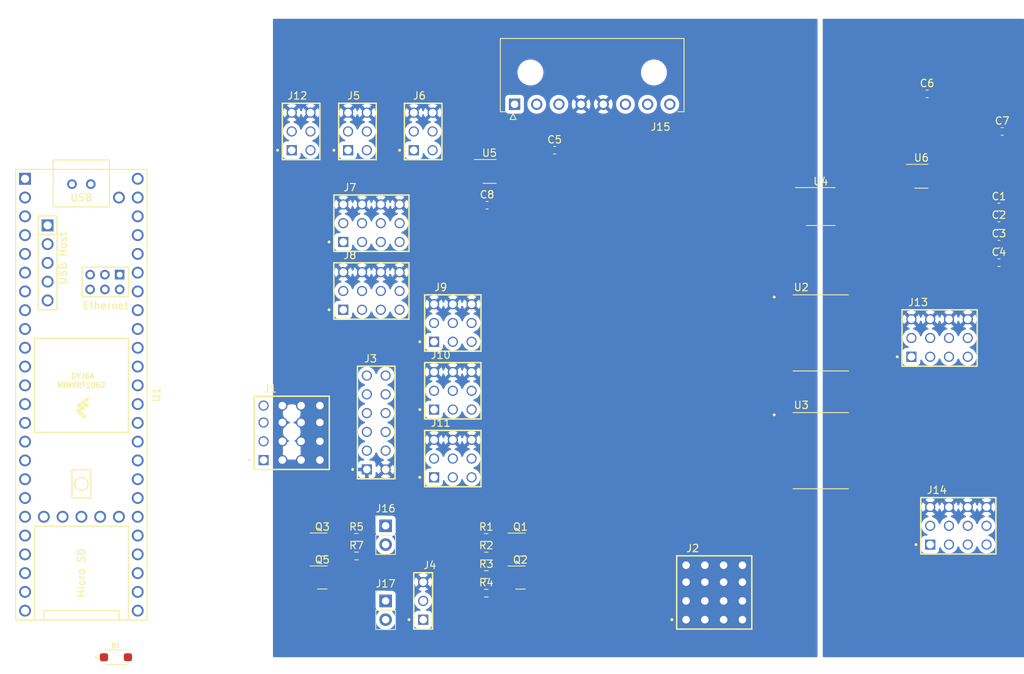
<source format=kicad_pcb>
(kicad_pcb (version 20221018) (generator pcbnew)
  (layers (0 "F.Cu" signal) (31 "B.Cu" signal) (34 "B.Paste" user) (35 "F.Paste" user) (36 "B.SilkS" user "B.Silkscreen") (37 "F.SilkS" user "F.Silkscreen") (38 "B.Mask" user) (39 "F.Mask" user) (44 "Edge.Cuts" user))
  (property "SHEETTOTAL" "6")
  (net 0 "")
  (net 1 "GND")
  (net 2 "+3V3")
  (net 3 "/SCL_T")
  (net 4 "Net-(D1-K)")
  (net 6 "PWM14")
  (net 7 "+5V")
  (net 8 "PWM15")
  (net 9 "PWM22")
  (net 10 "PWM33")
  (net 11 "PWM36")
  (net 12 "PWM37")
  (net 13 "PWM23")
  (net 14 "PWM24")
  (net 15 "PWM25")
  (net 16 "PWM28")
  (net 17 "PWM29")
  (net 18 "DIO30")
  (net 19 "DIO31")
  (net 20 "DIO32")
  (net 21 "DIO34")
  (net 22 "DIO35")
  (net 23 "A{slash}DIO38")
  (net 24 "A{slash}DIO39")
  (net 25 "A{slash}DIO40")
  (net 26 "A{slash}DIO41")
  (net 27 "SCL_3V3")
  (net 28 "SCL_5V")
  (net 29 "SDA_3V3")
  (net 30 "SDA_5V")
  (net 31 "UART_RX")
  (net 32 "UART_TX")
  (net 33 "PWM2")
  (net 34 "PWM3")
  (net 35 "PWM4")
  (net 36 "PWM5")
  (net 37 "PWM6")
  (net 38 "PWM7")
  (net 39 "PWM8")
  (net 40 "PWM9")
  (net 41 "SPI_CS")
  (net 42 "SPI_SDO")
  (net 43 "SPI_SDI")
  (net 46 "/SDA_T")
  (net 47 "SPI_SCK")
  (net 48 "A{slash}DIO16")
  (net 49 "A{slash}DIO17")
  (net 50 "A{slash}DIO20")
  (net 51 "A{slash}DIO21")
  (net 67 "PWM5_T")
  (net 68 "PWM4_T")
  (net 69 "PWM3_T")
  (net 70 "PWM2_T")
  (net 71 "PWM9_T")
  (net 72 "PWM8_T")
  (net 73 "PWM7_T")
  (net 74 "PWM6_T")
  (net 76 "BATT")
  (net 79 "GND_T")
  (net 80 "+3V3_T")
  (net 82 "+RELAY")
  (net 83 "-RELAY")
  (net 84 "Net-(Q3-D)")
  (net 86 "HW_KILL_2")
  (net 87 "HW_KILL_1")
  (footprint "Capacitor_SMD:C_0603_1608Metric_Pad1.08x0.95mm_HandSolder" (layer "F.Cu") (at 113.8775 30.48)
    (fp_text reference "C7" (at 0 -1.43) (layer "F.SilkS"))
    (fp_text value "0u1")
    (pad "1" smd roundrect (at -0.8625 0) (size 1.075 0.95) (layers "F.Cu" "F.Paste" "F.Mask") (net 79 "GND_T"))
    (pad "2" smd roundrect (at 0.8625 0) (size 1.075 0.95) (layers "F.Cu" "F.Paste" "F.Mask") (net 80 "+3V3_T"))
  )
  (footprint "Crush_Mainboard_Footprints:Teensy41" (layer "F.Cu") (at -10.6708 66.0908 -90)
    (fp_text reference "U1" (at 0 -10.16 90) (layer "F.SilkS"))
    (fp_text value "Teensy4.1")
    (fp_text user "Micro SD" (at 24.13 0 90) (layer "F.SilkS"))
    (fp_text user "MIMXRT1062" (at -1.27 0) (layer "F.SilkS") (effects (font (size 0.7 0.7))))
    (fp_text user "Ethernet" (at -12.065 -3.2766) (layer "F.SilkS"))
    (fp_text user "USB Host" (at -18.4658 2.4892 90) (layer "F.SilkS"))
    (fp_text user "USB" (at -26.67 0) (layer "F.SilkS"))
    (fp_text user "DVJ6A" (at -2.54 -0.18) (layer "F.SilkS") (effects (font (size 0.7 0.7))))
    (pad "1" thru_hole rect (at -29.21 7.62 270) (size 1.6 1.6) (drill 1.1) (layers "*.Cu" "*.Mask") (net 1 "GND"))
    (pad "2" thru_hole circle (at -26.67 7.62 270) (size 1.6 1.6) (drill 1.1) (layers "*.Cu" "*.Mask") (net 31 "UART_RX"))
    (pad "3" thru_hole circle (at -24.13 7.62 270) (size 1.6 1.6) (drill 1.1) (layers "*.Cu" "*.Mask") (net 32 "UART_TX"))
    (pad "4" thru_hole circle (at -21.59 7.62 270) (size 1.6 1.6) (drill 1.1) (layers "*.Cu" "*.Mask") (net 33 "PWM2"))
    (pad "5" thru_hole circle (at -19.05 7.62 270) (size 1.6 1.6) (drill 1.1) (layers "*.Cu" "*.Mask") (net 34 "PWM3"))
    (pad "6" thru_hole circle (at -16.51 7.62 270) (size 1.6 1.6) (drill 1.1) (layers "*.Cu" "*.Mask") (net 35 "PWM4"))
    (pad "7" thru_hole circle (at -13.97 7.62 270) (size 1.6 1.6) (drill 1.1) (layers "*.Cu" "*.Mask") (net 36 "PWM5"))
    (pad "8" thru_hole circle (at -11.43 7.62 270) (size 1.6 1.6) (drill 1.1) (layers "*.Cu" "*.Mask") (net 37 "PWM6"))
    (pad "9" thru_hole circle (at -8.89 7.62 270) (size 1.6 1.6) (drill 1.1) (layers "*.Cu" "*.Mask") (net 38 "PWM7"))
    (pad "10" thru_hole circle (at -6.35 7.62 270) (size 1.6 1.6) (drill 1.1) (layers "*.Cu" "*.Mask") (net 39 "PWM8"))
    (pad "11" thru_hole circle (at -3.81 7.62 270) (size 1.6 1.6) (drill 1.1) (layers "*.Cu" "*.Mask") (net 40 "PWM9"))
    (pad "12" thru_hole circle (at -1.27 7.62 270) (size 1.6 1.6) (drill 1.1) (layers "*.Cu" "*.Mask") (net 41 "SPI_CS"))
    (pad "13" thru_hole circle (at 1.27 7.62 270) (size 1.6 1.6) (drill 1.1) (layers "*.Cu" "*.Mask") (net 42 "SPI_SDO"))
    (pad "14" thru_hole circle (at 3.81 7.62 270) (size 1.6 1.6) (drill 1.1) (layers "*.Cu" "*.Mask") (net 43 "SPI_SDI"))
    (pad "15" thru_hole circle (at 6.35 7.62 270) (size 1.6 1.6) (drill 1.1) (layers "*.Cu" "*.Mask"))
    (pad "16" thru_hole circle (at 8.89 7.62 270) (size 1.6 1.6) (drill 1.1) (layers "*.Cu" "*.Mask") (net 14 "PWM24"))
    (pad "17" thru_hole circle (at 11.43 7.62 270) (size 1.6 1.6) (drill 1.1) (layers "*.Cu" "*.Mask") (net 15 "PWM25"))
    (pad "18" thru_hole circle (at 13.97 7.62 270) (size 1.6 1.6) (drill 1.1) (layers "*.Cu" "*.Mask") (net 86 "HW_KILL_2"))
    (pad "19" thru_hole circle (at 16.51 7.62 270) (size 1.6 1.6) (drill 1.1) (layers "*.Cu" "*.Mask") (net 87 "HW_KILL_1"))
    (pad "20" thru_hole circle (at 19.05 7.62 270) (size 1.6 1.6) (drill 1.1) (layers "*.Cu" "*.Mask") (net 16 "PWM28"))
    (pad "21" thru_hole circle (at 21.59 7.62 270) (size 1.6 1.6) (drill 1.1) (layers "*.Cu" "*.Mask") (net 17 "PWM29"))
    (pad "22" thru_hole circle (at 24.13 7.62 270) (size 1.6 1.6) (drill 1.1) (layers "*.Cu" "*.Mask") (net 18 "DIO30"))
    (pad "23" thru_hole circle (at 26.67 7.62 270) (size 1.6 1.6) (drill 1.1) (layers "*.Cu" "*.Mask") (net 19 "DIO31"))
    (pad "24" thru_hole circle (at 29.21 7.62 270) (size 1.6 1.6) (drill 1.1) (layers "*.Cu" "*.Mask") (net 20 "DIO32"))
    (pad "25" thru_hole circle (at 29.21 -7.62 270) (size 1.6 1.6) (drill 1.1) (layers "*.Cu" "*.Mask") (net 10 "PWM33"))
    (pad "26" thru_hole circle (at 26.67 -7.62 270) (size 1.6 1.6) (drill 1.1) (layers "*.Cu" "*.Mask") (net 21 "DIO34"))
    (pad "27" thru_hole circle (at 24.13 -7.62 270) (size 1.6 1.6) (drill 1.1) (layers "*.Cu" "*.Mask") (net 22 "DIO35"))
    (pad "28" thru_hole circle (at 21.59 -7.62 270) (size 1.6 1.6) (drill 1.1) (layers "*.Cu" "*.Mask") (net 11 "PWM36"))
    (pad "29" thru_hole circle (at 19.05 -7.62 270) (size 1.6 1.6) (drill 1.1) (layers "*.Cu" "*.Mask") (net 12 "PWM37"))
    (pad "30" thru_hole circle (at 16.51 -7.62 270) (size 1.6 1.6) (drill 1.1) (layers "*.Cu" "*.Mask") (net 23 "A{slash}DIO38"))
    (pad "31" thru_hole circle (at 13.97 -7.62 270) (size 1.6 1.6) (drill 1.1) (layers "*.Cu" "*.Mask") (net 24 "A{slash}DIO39"))
    (pad "32" thru_hole circle (at 11.43 -7.62 270) (size 1.6 1.6) (drill 1.1) (layers "*.Cu" "*.Mask") (net 25 "A{slash}DIO40"))
    (pad "33" thru_hole circle (at 8.89 -7.62 270) (size 1.6 1.6) (drill 1.1) (layers "*.Cu" "*.Mask") (net 26 "A{slash}DIO41"))
    (pad "34" thru_hole circle (at 6.35 -7.62 270) (size 1.6 1.6) (drill 1.1) (layers "*.Cu" "*.Mask") (net 1 "GND"))
    (pad "35" thru_hole circle (at 3.81 -7.62 270) (size 1.6 1.6) (drill 1.1) (layers "*.Cu" "*.Mask") (net 47 "SPI_SCK"))
    (pad "36" thru_hole circle (at 1.27 -7.62 270) (size 1.6 1.6) (drill 1.1) (layers "*.Cu" "*.Mask") (net 6 "PWM14"))
    (pad "37" thru_hole circle (at -1.27 -7.62 270) (size 1.6 1.6) (drill 1.1) (layers "*.Cu" "*.Mask") (net 8 "PWM15"))
    (pad "38" thru_hole circle (at -3.81 -7.62 270) (size 1.6 1.6) (drill 1.1) (layers "*.Cu" "*.Mask") (net 48 "A{slash}DIO16"))
    (pad "39" thru_hole circle (at -6.35 -7.62 270) (size 1.6 1.6) (drill 1.1) (layers "*.Cu" "*.Mask") (net 49 "A{slash}DIO17"))
    (pad "40" thru_hole circle (at -8.89 -7.62 270) (size 1.6 1.6) (drill 1.1) (layers "*.Cu" "*.Mask") (net 29 "SDA_3V3"))
    (pad "41" thru_hole circle (at -11.43 -7.62 270) (size 1.6 1.6) (drill 1.1) (layers "*.Cu" "*.Mask") (net 27 "SCL_3V3"))
    (pad "42" thru_hole circle (at -13.97 -7.62 270) (size 1.6 1.6) (drill 1.1) (layers "*.Cu" "*.Mask") (net 50 "A{slash}DIO20"))
    (pad "43" thru_hole circle (at -16.51 -7.62 270) (size 1.6 1.6) (drill 1.1) (layers "*.Cu" "*.Mask") (net 51 "A{slash}DIO21"))
    (pad "44" thru_hole circle (at -19.05 -7.62 270) (size 1.6 1.6) (drill 1.1) (layers "*.Cu" "*.Mask") (net 9 "PWM22"))
    (pad "45" thru_hole circle (at -21.59 -7.62 270) (size 1.6 1.6) (drill 1.1) (layers "*.Cu" "*.Mask") (net 13 "PWM23"))
    (pad "46" thru_hole circle (at -24.13 -7.62 270) (size 1.6 1.6) (drill 1.1) (layers "*.Cu" "*.Mask"))
    (pad "47" thru_hole circle (at -26.67 -7.62 270) (size 1.6 1.6) (drill 1.1) (layers "*.Cu" "*.Mask") (net 1 "GND"))
    (pad "48" thru_hole circle (at -29.21 -7.62 270) (size 1.6 1.6) (drill 1.1) (layers "*.Cu" "*.Mask") (net 4 "Net-(D1-K)"))
    (pad "49" thru_hole circle (at -26.67 -5.08 270) (size 1.6 1.6) (drill 1.1) (layers "*.Cu" "*.Mask"))
    (pad "50" thru_hole circle (at 16.51 5.08 270) (size 1.6 1.6) (drill 1.1) (layers "*.Cu" "*.Mask"))
    (pad "51" thru_hole circle (at 16.51 2.54 270) (size 1.6 1.6) (drill 1.1) (layers "*.Cu" "*.Mask"))
    (pad "52" thru_hole circle (at 16.51 0 270) (size 1.6 1.6) (drill 1.1) (layers "*.Cu" "*.Mask"))
    (pad "53" thru_hole circle (at 16.51 -2.54 270) (size 1.6 1.6) (drill 1.1) (layers "*.Cu" "*.Mask"))
    (pad "54" thru_hole circle (at 16.51 -5.08 270) (size 1.6 1.6) (drill 1.1) (layers "*.Cu" "*.Mask"))
    (pad "55" thru_hole rect (at -22.9108 4.5692 270) (size 1.6 1.6) (drill 1.1) (layers "*.Cu" "*.Mask"))
    (pad "56" thru_hole circle (at -20.3708 4.5692 270) (size 1.6 1.6) (drill 1.1) (layers "*.Cu" "*.Mask"))
    (pad "57" thru_hole circle (at -17.8308 4.5692 270) (size 1.6 1.6) (drill 1.1) (layers "*.Cu" "*.Mask"))
    (pad "58" thru_hole circle (at -15.2908 4.5692 270) (size 1.6 1.6) (drill 1.1) (layers "*.Cu" "*.Mask") (net 1 "GND"))
    (pad "59" thru_hole circle (at -12.7508 4.5692 270) (size 1.6 1.6) (drill 1.1) (layers "*.Cu" "*.Mask") (net 1 "GND"))
    (pad "60" thru_hole rect (at -16.24 -5.1816 270) (size 1.3 1.3) (drill 0.8) (layers "*.Cu" "*.Mask"))
    (pad "61" thru_hole circle (at -16.24 -3.1816 270) (size 1.3 1.3) (drill 0.8) (layers "*.Cu" "*.Mask"))
    (pad "62" thru_hole circle (at -16.24 -1.1816 270) (size 1.3 1.3) (drill 0.8) (layers "*.Cu" "*.Mask"))
    (pad "63" thru_hole circle (at -14.24 -1.1816 270) (size 1.3 1.3) (drill 0.8) (layers "*.Cu" "*.Mask"))
    (pad "64" thru_hole circle (at -14.24 -3.1816 270) (size 1.3 1.3) (drill 0.8) (layers "*.Cu" "*.Mask"))
    (pad "65" thru_hole circle (at -14.24 -5.1816 270) (size 1.3 1.3) (drill 0.8) (layers "*.Cu" "*.Mask"))
    (pad "66" thru_hole circle (at -28.48 -1.27 270) (size 1.3 1.3) (drill 0.8) (layers "*.Cu" "*.Mask"))
    (pad "67" thru_hole circle (at -28.48 1.27 270) (size 1.3 1.3) (drill 0.8) (layers "*.Cu" "*.Mask"))
  )
  (footprint "Crush_Mainboard_Footprints:3x4_Header" (layer "F.Cu") (at 28.56 52.06)
    (fp_text reference "J8" (at -2.905 -4.826) (layer "F.SilkS"))
    (fp_text value "3x4 Header")
    (pad "01" thru_hole rect (at -3.81 2.54) (size 1.37 1.37) (drill 1.02) (layers "*.Cu" "*.Mask") (net 48 "A{slash}DIO16"))
    (pad "02" thru_hole circle (at -3.81 0) (size 1.37 1.37) (drill 1.02) (layers "*.Cu" "*.Mask") (net 7 "+5V"))
    (pad "03" thru_hole circle (at -3.81 -2.54) (size 1.37 1.37) (drill 1.02) (layers "*.Cu" "*.Mask") (net 1 "GND"))
    (pad "04" thru_hole circle (at -1.27 2.54) (size 1.37 1.37) (drill 1.02) (layers "*.Cu" "*.Mask") (net 49 "A{slash}DIO17"))
    (pad "05" thru_hole circle (at -1.27 0) (size 1.37 1.37) (drill 1.02) (layers "*.Cu" "*.Mask") (net 7 "+5V"))
    (pad "06" thru_hole circle (at -1.27 -2.54) (size 1.37 1.37) (drill 1.02) (layers "*.Cu" "*.Mask") (net 1 "GND"))
    (pad "07" thru_hole circle (at 1.27 2.54) (size 1.37 1.37) (drill 1.02) (layers "*.Cu" "*.Mask") (net 50 "A{slash}DIO20"))
    (pad "08" thru_hole circle (at 1.27 0) (size 1.37 1.37) (drill 1.02) (layers "*.Cu" "*.Mask") (net 7 "+5V"))
    (pad "09" thru_hole circle (at 1.27 -2.54) (size 1.37 1.37) (drill 1.02) (layers "*.Cu" "*.Mask") (net 1 "GND"))
    (pad "10" thru_hole circle (at 3.81 2.54) (size 1.37 1.37) (drill 1.02) (layers "*.Cu" "*.Mask") (net 51 "A{slash}DIO21"))
    (pad "11" thru_hole circle (at 3.81 0) (size 1.37 1.37) (drill 1.02) (layers "*.Cu" "*.Mask") (net 7 "+5V"))
    (pad "12" thru_hole circle (at 3.81 -2.54) (size 1.37 1.37) (drill 1.02) (layers "*.Cu" "*.Mask") (net 1 "GND"))
  )
  (footprint "Capacitor_SMD:C_0603_1608Metric_Pad1.08x0.95mm_HandSolder" (layer "F.Cu") (at 113.4375 43.21)
    (fp_text reference "C2" (at 0 -1.43) (layer "F.SilkS"))
    (fp_text value "0u1")
    (pad "1" smd roundrect (at -0.8625 0) (size 1.075 0.95) (layers "F.Cu" "F.Paste" "F.Mask") (net 79 "GND_T"))
    (pad "2" smd roundrect (at 0.8625 0) (size 1.075 0.95) (layers "F.Cu" "F.Paste" "F.Mask") (net 2 "+3V3"))
  )
  (footprint "Package_TO_SOT_SMD:SOT-23" (layer "F.Cu") (at 21.9225 86.36)
    (fp_text reference "Q3" (at 0 -2.4) (layer "F.SilkS"))
    (fp_text value "BSN20")
    (pad "1" smd roundrect (at -0.9375 -0.95) (size 1.475 0.6) (layers "F.Cu" "F.Paste" "F.Mask") (net 2 "+3V3"))
    (pad "2" smd roundrect (at -0.9375 0.95) (size 1.475 0.6) (layers "F.Cu" "F.Paste" "F.Mask") (net 86 "HW_KILL_2"))
    (pad "3" smd roundrect (at 0.9375 0) (size 1.475 0.6) (layers "F.Cu" "F.Paste" "F.Mask") (net 84 "Net-(Q3-D)"))
  )
  (footprint "Resistor_SMD:R_0603_1608Metric_Pad0.98x0.95mm_HandSolder" (layer "F.Cu") (at 26.5425 87.9)
    (fp_text reference "R7" (at 0 -1.43) (layer "F.SilkS"))
    (fp_text value "2k4")
    (pad "1" smd roundrect (at -0.9125 0) (size 0.975 0.95) (layers "F.Cu" "F.Paste" "F.Mask") (net 2 "+3V3"))
    (pad "2" smd roundrect (at 0.9125 0) (size 0.975 0.95) (layers "F.Cu" "F.Paste" "F.Mask") (net 86 "HW_KILL_2"))
  )
  (footprint "Crush_Mainboard_Footprints:3x3_Header" (layer "F.Cu") (at 39.57 74.73)
    (fp_text reference "J11" (at -1.635 -4.826) (layer "F.SilkS"))
    (fp_text value "3x3 Header")
    (pad "01" thru_hole rect (at -2.54 2.54) (size 1.37 1.37) (drill 1.02) (layers "*.Cu" "*.Mask") (net 10 "PWM33"))
    (pad "02" thru_hole circle (at -2.54 0) (size 1.37 1.37) (drill 1.02) (layers "*.Cu" "*.Mask") (net 7 "+5V"))
    (pad "03" thru_hole circle (at -2.54 -2.54) (size 1.37 1.37) (drill 1.02) (layers "*.Cu" "*.Mask") (net 1 "GND"))
    (pad "04" thru_hole circle (at 0 2.54) (size 1.37 1.37) (drill 1.02) (layers "*.Cu" "*.Mask") (net 11 "PWM36"))
    (pad "05" thru_hole circle (at 0 0) (size 1.37 1.37) (drill 1.02) (layers "*.Cu" "*.Mask") (net 7 "+5V"))
    (pad "06" thru_hole circle (at 0 -2.54) (size 1.37 1.37) (drill 1.02) (layers "*.Cu" "*.Mask") (net 1 "GND"))
    (pad "07" thru_hole circle (at 2.54 2.54) (size 1.37 1.37) (drill 1.02) (layers "*.Cu" "*.Mask") (net 12 "PWM37"))
    (pad "08" thru_hole circle (at 2.54 0) (size 1.37 1.37) (drill 1.02) (layers "*.Cu" "*.Mask") (net 7 "+5V"))
    (pad "09" thru_hole circle (at 2.54 -2.54) (size 1.37 1.37) (drill 1.02) (layers "*.Cu" "*.Mask") (net 1 "GND"))
  )
  (footprint "Capacitor_SMD:C_0603_1608Metric_Pad1.08x0.95mm_HandSolder" (layer "F.Cu") (at 103.7175 25.4)
    (fp_text reference "C6" (at 0 -1.43) (layer "F.SilkS"))
    (fp_text value "0u1")
    (pad "1" smd roundrect (at -0.8625 0) (size 1.075 0.95) (layers "F.Cu" "F.Paste" "F.Mask") (net 79 "GND_T"))
    (pad "2" smd roundrect (at 0.8625 0) (size 1.075 0.95) (layers "F.Cu" "F.Paste" "F.Mask") (net 80 "+3V3_T"))
  )
  (footprint "Resistor_SMD:R_0603_1608Metric_Pad0.98x0.95mm_HandSolder" (layer "F.Cu") (at 44.095 85.4)
    (fp_text reference "R1" (at 0 -1.43) (layer "F.SilkS"))
    (fp_text value "2k4")
    (pad "1" smd roundrect (at -0.9125 0) (size 0.975 0.95) (layers "F.Cu" "F.Paste" "F.Mask") (net 2 "+3V3"))
    (pad "2" smd roundrect (at 0.9125 0) (size 0.975 0.95) (layers "F.Cu" "F.Paste" "F.Mask") (net 29 "SDA_3V3"))
  )
  (footprint "Crush_Mainboard_Footprints:3x3_Header" (layer "F.Cu") (at 39.57 56.39)
    (fp_text reference "J9" (at -1.635 -4.826) (layer "F.SilkS"))
    (fp_text value "3x3 Header")
    (pad "01" thru_hole rect (at -2.54 2.54) (size 1.37 1.37) (drill 1.02) (layers "*.Cu" "*.Mask") (net 6 "PWM14"))
    (pad "02" thru_hole circle (at -2.54 0) (size 1.37 1.37) (drill 1.02) (layers "*.Cu" "*.Mask") (net 7 "+5V"))
    (pad "03" thru_hole circle (at -2.54 -2.54) (size 1.37 1.37) (drill 1.02) (layers "*.Cu" "*.Mask") (net 1 "GND"))
    (pad "04" thru_hole circle (at 0 2.54) (size 1.37 1.37) (drill 1.02) (layers "*.Cu" "*.Mask") (net 8 "PWM15"))
    (pad "05" thru_hole circle (at 0 0) (size 1.37 1.37) (drill 1.02) (layers "*.Cu" "*.Mask") (net 7 "+5V"))
    (pad "06" thru_hole circle (at 0 -2.54) (size 1.37 1.37) (drill 1.02) (layers "*.Cu" "*.Mask") (net 1 "GND"))
    (pad "07" thru_hole circle (at 2.54 2.54) (size 1.37 1.37) (drill 1.02) (layers "*.Cu" "*.Mask") (net 9 "PWM22"))
    (pad "08" thru_hole circle (at 2.54 0) (size 1.37 1.37) (drill 1.02) (layers "*.Cu" "*.Mask") (net 7 "+5V"))
    (pad "09" thru_hole circle (at 2.54 -2.54) (size 1.37 1.37) (drill 1.02) (layers "*.Cu" "*.Mask") (net 1 "GND"))
  )
  (footprint "Crush_Mainboard_Footprints:4x4_Header" (layer "F.Cu") (at 17.78 71.12)
    (fp_text reference "J1" (at -2.905 -5.842) (layer "F.SilkS"))
    (fp_text value "4x4_Header")
    (pad "01" thru_hole rect (at -3.81 3.81) (size 1.37 1.37) (drill 1.02) (layers "*.Cu" "*.Mask") (net 2 "+3V3"))
    (pad "02" thru_hole circle (at -3.81 1.27) (size 1.37 1.37) (drill 1.02) (layers "*.Cu" "*.Mask") (net 29 "SDA_3V3"))
    (pad "03" thru_hole circle (at -3.81 -1.27) (size 1.37 1.37) (drill 1.02) (layers "*.Cu" "*.Mask") (net 27 "SCL_3V3"))
    (pad "04" thru_hole circle (at -3.81 -3.556) (size 1.37 1.37) (drill 1.02) (layers "*.Cu" "*.Mask") (net 1 "GND"))
    (pad "05" thru_hole circle (at -1.27 3.81) (size 1.37 1.37) (drill 1.02) (layers "*.Cu" "*.Mask") (net 2 "+3V3"))
    (pad "06" thru_hole circle (at -1.27 1.27) (size 1.37 1.37) (drill 1.02) (layers "*.Cu" "*.Mask") (net 29 "SDA_3V3"))
    (pad "07" thru_hole circle (at -1.27 -1.27) (size 1.37 1.37) (drill 1.02) (layers "*.Cu" "*.Mask") (net 27 "SCL_3V3"))
    (pad "08" thru_hole circle (at -1.27 -3.556) (size 1.37 1.37) (drill 1.02) (layers "*.Cu" "*.Mask") (net 1 "GND"))
    (pad "09" thru_hole circle (at 1.27 3.81) (size 1.37 1.37) (drill 1.02) (layers "*.Cu" "*.Mask") (net 2 "+3V3"))
    (pad "10" thru_hole circle (at 1.27 1.27) (size 1.37 1.37) (drill 1.02) (layers "*.Cu" "*.Mask") (net 29 "SDA_3V3"))
    (pad "11" thru_hole circle (at 1.27 -1.27) (size 1.37 1.37) (drill 1.02) (layers "*.Cu" "*.Mask") (net 27 "SCL_3V3"))
    (pad "12" thru_hole circle (at 1.27 -3.556) (size 1.37 1.37) (drill 1.02) (layers "*.Cu" "*.Mask") (net 1 "GND"))
    (pad "13" thru_hole circle (at 3.81 3.81) (size 1.37 1.37) (drill 1.02) (layers "*.Cu" "*.Mask") (net 2 "+3V3"))
    (pad "14" thru_hole circle (at 3.81 1.27) (size 1.37 1.37) (drill 1.02) (layers "*.Cu" "*.Mask") (net 29 "SDA_3V3"))
    (pad "15" thru_hole circle (at 3.81 -1.27) (size 1.37 1.37) (drill 1.02) (layers "*.Cu" "*.Mask") (net 27 "SCL_3V3"))
    (pad "16" thru_hole circle (at 3.81 -3.556) (size 1.37 1.37) (drill 1.02) (layers "*.Cu" "*.Mask") (net 1 "GND"))
  )
  (footprint "Connector_PinHeader_2.54mm:PinHeader_1x02_P2.54mm_Vertical" (layer "F.Cu") (at 30.48 93.98)
    (fp_text reference "J17" (at 0 -2.33) (layer "F.SilkS"))
    (fp_text value "Conn_01x02")
    (pad "1" thru_hole rect (at 0 0) (size 1.7 1.7) (drill 1) (layers "*.Cu" "*.Mask") (net 83 "-RELAY"))
    (pad "2" thru_hole oval (at 0 2.54) (size 1.7 1.7) (drill 1) (layers "*.Cu" "*.Mask") (net 82 "+RELAY"))
  )
  (footprint "Crush_Mainboard_Footprints:3x4_Header" (layer "F.Cu") (at 107.95 83.82)
    (fp_text reference "J14" (at -2.905 -4.826) (layer "F.SilkS"))
    (fp_text value "3x4_Header")
    (pad "01" thru_hole rect (at -3.81 2.54) (size 1.37 1.37) (drill 1.02) (layers "*.Cu" "*.Mask") (net 80 "+3V3_T"))
    (pad "02" thru_hole circle (at -3.81 0) (size 1.37 1.37) (drill 1.02) (layers "*.Cu" "*.Mask") (net 74 "PWM6_T"))
    (pad "03" thru_hole circle (at -3.81 -2.54) (size 1.37 1.37) (drill 1.02) (layers "*.Cu" "*.Mask") (net 79 "GND_T"))
    (pad "04" thru_hole circle (at -1.27 2.54) (size 1.37 1.37) (drill 1.02) (layers "*.Cu" "*.Mask") (net 80 "+3V3_T"))
    (pad "05" thru_hole circle (at -1.27 0) (size 1.37 1.37) (drill 1.02) (layers "*.Cu" "*.Mask") (net 73 "PWM7_T"))
    (pad "06" thru_hole circle (at -1.27 -2.54) (size 1.37 1.37) (drill 1.02) (layers "*.Cu" "*.Mask") (net 79 "GND_T"))
    (pad "07" thru_hole circle (at 1.27 2.54) (size 1.37 1.37) (drill 1.02) (layers "*.Cu" "*.Mask") (net 80 "+3V3_T"))
    (pad "08" thru_hole circle (at 1.27 0) (size 1.37 1.37) (drill 1.02) (layers "*.Cu" "*.Mask") (net 72 "PWM8_T"))
    (pad "09" thru_hole circle (at 1.27 -2.54) (size 1.37 1.37) (drill 1.02) (layers "*.Cu" "*.Mask") (net 79 "GND_T"))
    (pad "10" thru_hole circle (at 3.81 2.54) (size 1.37 1.37) (drill 1.02) (layers "*.Cu" "*.Mask") (net 80 "+3V3_T"))
    (pad "11" thru_hole circle (at 3.81 0) (size 1.37 1.37) (drill 1.02) (layers "*.Cu" "*.Mask") (net 71 "PWM9_T"))
    (pad "12" thru_hole circle (at 3.81 -2.54) (size 1.37 1.37) (drill 1.02) (layers "*.Cu" "*.Mask") (net 79 "GND_T"))
  )
  (footprint "Crush_Mainboard_Footprints:SODFL3718X108N" (layer "F.Cu") (at -5.975 101.6)
    (fp_text reference "D1" (at -0.051738 -1.603189) (layer "F.SilkS") (effects (font (size 0.570108 0.570108))))
    (fp_text value "SM5817PL-TP")
    (pad "1" smd roundrect (at -1.645 0) (size 1.12 1.08) (layers "F.Cu" "F.Paste" "F.Mask") (roundrect_rratio 0.27) (net 4 "Net-(D1-K)"))
    (pad "2" smd roundrect (at 1.6 0) (size 1.12 1.08) (layers "F.Cu" "F.Paste" "F.Mask") (roundrect_rratio 0.27) (net 7 "+5V"))
  )
  (footprint "Package_TO_SOT_SMD:SOT-23-8_Handsoldering" (layer "F.Cu") (at 102.95 36.54)
    (fp_text reference "U6" (at 0 -2.5) (layer "F.SilkS"))
    (fp_text value "INA232B")
    (pad "1" smd rect (at -1.35 -0.98) (size 1.56 0.4) (layers "F.Cu" "F.Paste" "F.Mask") (net 76 "BATT"))
    (pad "2" smd rect (at -1.35 -0.33) (size 1.56 0.4) (layers "F.Cu" "F.Paste" "F.Mask") (net 76 "BATT"))
    (pad "3" smd rect (at -1.35 0.33) (size 1.56 0.4) (layers "F.Cu" "F.Paste" "F.Mask") (net 79 "GND_T"))
    (pad "4" smd rect (at -1.35 0.98) (size 1.56 0.4) (layers "F.Cu" "F.Paste" "F.Mask") (net 80 "+3V3_T"))
    (pad "5" smd rect (at 1.35 0.98) (size 1.56 0.4) (layers "F.Cu" "F.Paste" "F.Mask") (net 3 "/SCL_T"))
    (pad "6" smd rect (at 1.35 0.33) (size 1.56 0.4) (layers "F.Cu" "F.Paste" "F.Mask") (net 46 "/SDA_T"))
    (pad "7" smd rect (at 1.35 -0.33) (size 1.56 0.4) (layers "F.Cu" "F.Paste" "F.Mask") (net 79 "GND_T"))
    (pad "8" smd rect (at 1.35 -0.98) (size 1.56 0.4) (layers "F.Cu" "F.Paste" "F.Mask"))
  )
  (footprint "Crush_Mainboard_Footprints:4x4_Header" (layer "F.Cu") (at 74.93 92.71)
    (fp_text reference "J2" (at -2.905 -5.842) (layer "F.SilkS"))
    (fp_text value "4x4_Header")
    (pad "01" thru_hole rect (at -3.81 3.81) (size 1.37 1.37) (drill 1.02) (layers "*.Cu" "*.Mask") (net 7 "+5V"))
    (pad "02" thru_hole circle (at -3.81 1.27) (size 1.37 1.37) (drill 1.02) (layers "*.Cu" "*.Mask") (net 30 "SDA_5V"))
    (pad "03" thru_hole circle (at -3.81 -1.27) (size 1.37 1.37) (drill 1.02) (layers "*.Cu" "*.Mask") (net 28 "SCL_5V"))
    (pad "04" thru_hole circle (at -3.81 -3.556) (size 1.37 1.37) (drill 1.02) (layers "*.Cu" "*.Mask") (net 1 "GND"))
    (pad "05" thru_hole circle (at -1.27 3.81) (size 1.37 1.37) (drill 1.02) (layers "*.Cu" "*.Mask") (net 7 "+5V"))
    (pad "06" thru_hole circle (at -1.27 1.27) (size 1.37 1.37) (drill 1.02) (layers "*.Cu" "*.Mask") (net 30 "SDA_5V"))
    (pad "07" thru_hole circle (at -1.27 -1.27) (size 1.37 1.37) (drill 1.02) (layers "*.Cu" "*.Mask") (net 28 "SCL_5V"))
    (pad "08" thru_hole circle (at -1.27 -3.556) (size 1.37 1.37) (drill 1.02) (layers "*.Cu" "*.Mask") (net 1 "GND"))
    (pad "09" thru_hole circle (at 1.27 3.81) (size 1.37 1.37) (drill 1.02) (layers "*.Cu" "*.Mask") (net 7 "+5V"))
    (pad "10" thru_hole circle (at 1.27 1.27) (size 1.37 1.37) (drill 1.02) (layers "*.Cu" "*.Mask") (net 30 "SDA_5V"))
    (pad "11" thru_hole circle (at 1.27 -1.27) (size 1.37 1.37) (drill 1.02) (layers "*.Cu" "*.Mask") (net 28 "SCL_5V"))
    (pad "12" thru_hole circle (at 1.27 -3.556) (size 1.37 1.37) (drill 1.02) (layers "*.Cu" "*.Mask") (net 1 "GND"))
    (pad "13" thru_hole circle (at 3.81 3.81) (size 1.37 1.37) (drill 1.02) (layers "*.Cu" "*.Mask") (net 7 "+5V"))
    (pad "14" thru_hole circle (at 3.81 1.27) (size 1.37 1.37) (drill 1.02) (layers "*.Cu" "*.Mask") (net 30 "SDA_5V"))
    (pad "15" thru_hole circle (at 3.81 -1.27) (size 1.37 1.37) (drill 1.02) (layers "*.Cu" "*.Mask") (net 28 "SCL_5V"))
    (pad "16" thru_hole circle (at 3.81 -3.556) (size 1.37 1.37) (drill 1.02) (layers "*.Cu" "*.Mask") (net 1 "GND"))
  )
  (footprint "Package_TO_SOT_SMD:SOT-23" (layer "F.Cu") (at 48.715 86.37)
    (fp_text reference "Q1" (at 0 -2.4) (layer "F.SilkS"))
    (fp_text value "BSN20")
    (pad "1" smd roundrect (at -0.9375 -0.95) (size 1.475 0.6) (layers "F.Cu" "F.Paste" "F.Mask") (net 2 "+3V3"))
    (pad "2" smd roundrect (at -0.9375 0.95) (size 1.475 0.6) (layers "F.Cu" "F.Paste" "F.Mask") (net 27 "SCL_3V3"))
    (pad "3" smd roundrect (at 0.9375 0) (size 1.475 0.6) (layers "F.Cu" "F.Paste" "F.Mask") (net 28 "SCL_5V"))
  )
  (footprint "Connector_PinHeader_2.54mm:PinHeader_1x02_P2.54mm_Vertical" (layer "F.Cu") (at 30.48 83.82)
    (fp_text reference "J16" (at 0 -2.33) (layer "F.SilkS"))
    (fp_text value "Conn_01x02")
    (pad "1" thru_hole rect (at 0 0) (size 1.7 1.7) (drill 1) (layers "*.Cu" "*.Mask") (net 86 "HW_KILL_2"))
    (pad "2" thru_hole oval (at 0 2.54) (size 1.7 1.7) (drill 1) (layers "*.Cu" "*.Mask") (net 87 "HW_KILL_1"))
  )
  (footprint "Crush_Mainboard_Footprints:3x4_Header" (layer "F.Cu") (at 28.56 42.89)
    (fp_text reference "J7" (at -2.905 -4.826) (layer "F.SilkS"))
    (fp_text value "3x4 Header")
    (pad "01" thru_hole rect (at -3.81 2.54) (size 1.37 1.37) (drill 1.02) (layers "*.Cu" "*.Mask") (net 23 "A{slash}DIO38"))
    (pad "02" thru_hole circle (at -3.81 0) (size 1.37 1.37) (drill 1.02) (layers "*.Cu" "*.Mask") (net 2 "+3V3"))
    (pad "03" thru_hole circle (at -3.81 -2.54) (size 1.37 1.37) (drill 1.02) (layers "*.Cu" "*.Mask") (net 1 "GND"))
    (pad "04" thru_hole circle (at -1.27 2.54) (size 1.37 1.37) (drill 1.02) (layers "*.Cu" "*.Mask") (net 24 "A{slash}DIO39"))
    (pad "05" thru_hole circle (at -1.27 0) (size 1.37 1.37) (drill 1.02) (layers "*.Cu" "*.Mask") (net 2 "+3V3"))
    (pad "06" thru_hole circle (at -1.27 -2.54) (size 1.37 1.37) (drill 1.02) (layers "*.Cu" "*.Mask") (net 1 "GND"))
    (pad "07" thru_hole circle (at 1.27 2.54) (size 1.37 1.37) (drill 1.02) (layers "*.Cu" "*.Mask") (net 25 "A{slash}DIO40"))
    (pad "08" thru_hole circle (at 1.27 0) (size 1.37 1.37) (drill 1.02) (layers "*.Cu" "*.Mask") (net 2 "+3V3"))
    (pad "09" thru_hole circle (at 1.27 -2.54) (size 1.37 1.37) (drill 1.02) (layers "*.Cu" "*.Mask") (net 1 "GND"))
    (pad "10" thru_hole circle (at 3.81 2.54) (size 1.37 1.37) (drill 1.02) (layers "*.Cu" "*.Mask") (net 26 "A{slash}DIO41"))
    (pad "11" thru_hole circle (at 3.81 0) (size 1.37 1.37) (drill 1.02) (layers "*.Cu" "*.Mask") (net 2 "+3V3"))
    (pad "12" thru_hole circle (at 3.81 -2.54) (size 1.37 1.37) (drill 1.02) (layers "*.Cu" "*.Mask") (net 1 "GND"))
  )
  (footprint "Crush_Mainboard_Footprints:MOLEX_2157601008" (layer "F.Cu") (at 47.92 26.805 180)
    (fp_text reference "J15" (at -19.75 -3.0618) (layer "F.SilkS"))
    (fp_text value "2157601008")
    (pad "" np_thru_hole circle (at -18.85 4.3 180) (size 3 3) (drill 3) (layers "*.Cu" "*.Mask"))
    (pad "" np_thru_hole circle (at -2.15 4.3 180) (size 3 3) (drill 3) (layers "*.Cu" "*.Mask"))
    (pad "1" thru_hole rect (at 0 0 180) (size 1.52 1.52) (drill 1.02) (layers "*.Cu") (net 2 "+3V3"))
    (pad "2" thru_hole circle (at -3 0 180) (size 1.52 1.52) (drill 1.02) (layers "*.Cu") (net 7 "+5V"))
    (pad "3" thru_hole circle (at -6 0 180) (size 1.52 1.52) (drill 1.02) (layers "*.Cu") (net 76 "BATT"))
    (pad "4" thru_hole circle (at -9 0 180) (size 1.52 1.52) (drill 1.02) (layers "*.Cu") (net 1 "GND"))
    (pad "5" thru_hole circle (at -12 0 180) (size 1.52 1.52) (drill 1.02) (layers "*.Cu") (net 1 "GND"))
    (pad "6" thru_hole circle (at -15 0 180) (size 1.52 1.52) (drill 1.02) (layers "*.Cu") (net 76 "BATT"))
    (pad "7" thru_hole circle (at -18 0 180) (size 1.52 1.52) (drill 1.02) (layers "*.Cu") (net 80 "+3V3_T"))
    (pad "8" thru_hole circle (at -21 0 180) (size 1.52 1.52) (drill 1.02) (layers "*.Cu") (net 79 "GND_T"))
  )
  (footprint "Crush_Mainboard_Footprints:6x2_Header" (layer "F.Cu") (at 29.21 69.85)
    (fp_text reference "J3" (at -0.762 -8.632) (layer "F.SilkS"))
    (fp_text value "6x2_Header")
    (pad "01" thru_hole rect (at -1.27 6.35) (size 1.37 1.37) (drill 1.02) (layers "*.Cu" "*.Mask") (net 1 "GND"))
    (pad "02" thru_hole circle (at -1.27 3.81) (size 1.37 1.37) (drill 1.02) (layers "*.Cu" "*.Mask") (net 2 "+3V3"))
    (pad "03" thru_hole circle (at -1.27 1.27) (size 1.37 1.37) (drill 1.02) (layers "*.Cu" "*.Mask") (net 43 "SPI_SDI"))
    (pad "04" thru_hole circle (at -1.27 -1.27) (size 1.37 1.37) (drill 1.02) (layers "*.Cu" "*.Mask") (net 47 "SPI_SCK"))
    (pad "05" thru_hole circle (at -1.27 -3.81) (size 1.37 1.37) (drill 1.02) (layers "*.Cu" "*.Mask") (net 42 "SPI_SDO"))
    (pad "06" thru_hole circle (at -1.27 -6.35) (size 1.37 1.37) (drill 1.02) (layers "*.Cu" "*.Mask") (net 41 "SPI_CS"))
    (pad "07" thru_hole circle (at 1.27 6.35) (size 1.37 1.37) (drill 1.02) (layers "*.Cu" "*.Mask") (net 1 "GND"))
    (pad "08" thru_hole circle (at 1.27 3.81) (size 1.37 1.37) (drill 1.02) (layers "*.Cu" "*.Mask") (net 2 "+3V3"))
    (pad "09" thru_hole circle (at 1.27 1.27) (size 1.37 1.37) (drill 1.02) (layers "*.Cu" "*.Mask") (net 43 "SPI_SDI"))
    (pad "10" thru_hole circle (at 1.27 -1.27) (size 1.37 1.37) (drill 1.02) (layers "*.Cu" "*.Mask") (net 47 "SPI_SCK"))
    (pad "11" thru_hole circle (at 1.27 -3.81) (size 1.37 1.37) (drill 1.02) (layers "*.Cu" "*.Mask") (net 42 "SPI_SDO"))
    (pad "12" thru_hole circle (at 1.27 -6.35) (size 1.37 1.37) (drill 1.02) (layers "*.Cu" "*.Mask") (net 18 "DIO30"))
  )
  (footprint "Crush_Mainboard_Footprints:SOIC127P1030X265-16N" (layer "F.Cu") (at 89.34 57.73)
    (fp_text reference "U2" (at -2.635 -6.162) (layer "F.SilkS"))
    (fp_text value "ISO7740DW")
    (pad "1" smd roundrect (at -4.64 -4.445) (size 2.06 0.6) (layers "F.Cu" "F.Paste" "F.Mask") (roundrect_rratio 0.07) (net 2 "+3V3"))
    (pad "2" smd roundrect (at -4.64 -3.175) (size 2.06 0.6) (layers "F.Cu" "F.Paste" "F.Mask") (roundrect_rratio 0.07) (net 1 "GND"))
    (pad "3" smd roundrect (at -4.64 -1.905) (size 2.06 0.6) (layers "F.Cu" "F.Paste" "F.Mask") (roundrect_rratio 0.07) (net 33 "PWM2"))
    (pad "4" smd roundrect (at -4.64 -0.635) (size 2.06 0.6) (layers "F.Cu" "F.Paste" "F.Mask") (roundrect_rratio 0.07) (net 34 "PWM3"))
    (pad "5" smd roundrect (at -4.64 0.635) (size 2.06 0.6) (layers "F.Cu" "F.Paste" "F.Mask") (roundrect_rratio 0.07) (net 35 "PWM4"))
    (pad "6" smd roundrect (at -4.64 1.905) (size 2.06 0.6) (layers "F.Cu" "F.Paste" "F.Mask") (roundrect_rratio 0.07) (net 36 "PWM5"))
    (pad "7" smd roundrect (at -4.64 3.175) (size 2.06 0.6) (layers "F.Cu" "F.Paste" "F.Mask") (roundrect_rratio 0.07))
    (pad "8" smd roundrect (at -4.64 4.445) (size 2.06 0.6) (layers "F.Cu" "F.Paste" "F.Mask") (roundrect_rratio 0.07) (net 1 "GND"))
    (pad "9" smd roundrect (at 4.64 4.445) (size 2.06 0.6) (layers "F.Cu" "F.Paste" "F.Mask") (roundrect_rratio 0.07) (net 79 "GND_T"))
    (pad "10" smd roundrect (at 4.64 3.175) (size 2.06 0.6) (layers "F.Cu" "F.Paste" "F.Mask") (roundrect_rratio 0.07) (net 80 "+3V3_T"))
    (pad "11" smd roundrect (at 4.64 1.905) (size 2.06 0.6) (layers "F.Cu" "F.Paste" "F.Mask") (roundrect_rratio 0.07) (net 67 "PWM5_T"))
    (pad "12" smd roundrect (at 4.64 0.635) (size 2.06 0.6) (layers "F.Cu" "F.Paste" "F.Mask") (roundrect_rratio 0.07) (net 68 "PWM4_T"))
    (pad "13" smd roundrect (at 4.64 -0.635) (size 2.06 0.6) (layers "F.Cu" "F.Paste" "F.Mask") (roundrect_rratio 0.07) (net 69 "PWM3_T"))
    (pad "14" smd roundrect (at 4.64 -1.905) (size 2.06 0.6) (layers "F.Cu" "F.Paste" "F.Mask") (roundrect_rratio 0.07) (net 70 "PWM2_T"))
    (pad "15" smd roundrect (at 4.64 -3.175) (size 2.06 0.6) (layers "F.Cu" "F.Paste" "F.Mask") (roundrect_rratio 0.07) (net 79 "GND_T"))
    (pad "16" smd roundrect (at 4.64 -4.445) (size 2.06 0.6) (layers "F.Cu" "F.Paste" "F.Mask") (roundrect_rratio 0.07) (net 2 "+3V3"))
  )
  (footprint "Package_SO:SOIC-8_3.9x4.9mm_P1.27mm" (layer "F.Cu") (at 89.34 40.64)
    (fp_text reference "U4" (at 0 -3.4) (layer "F.SilkS"))
    (fp_text value "ISO1640BDR")
    (pad "1" smd roundrect (at -2.475 -1.905) (size 1.95 0.6) (layers "F.Cu" "F.Paste" "F.Mask") (net 2 "+3V3"))
    (pad "2" smd roundrect (at -2.475 -0.635) (size 1.95 0.6) (layers "F.Cu" "F.Paste" "F.Mask") (net 29 "SDA_3V3"))
    (pad "3" smd roundrect (at -2.475 0.635) (size 1.95 0.6) (layers "F.Cu" "F.Paste" "F.Mask") (net 27 "SCL_3V3"))
    (pad "4" smd roundrect (at -2.475 1.905) (size 1.95 0.6) (layers "F.Cu" "F.Paste" "F.Mask") (net 79 "GND_T"))
    (pad "5" smd roundrect (at 2.475 1.905) (size 1.95 0.6) (layers "F.Cu" "F.Paste" "F.Mask") (net 79 "GND_T"))
    (pad "6" smd roundrect (at 2.475 0.635) (size 1.95 0.6) (layers "F.Cu" "F.Paste" "F.Mask") (net 3 "/SCL_T"))
    (pad "7" smd roundrect (at 2.475 -0.635) (size 1.95 0.6) (layers "F.Cu" "F.Paste" "F.Mask") (net 46 "/SDA_T"))
    (pad "8" smd roundrect (at 2.475 -1.905) (size 1.95 0.6) (layers "F.Cu" "F.Paste" "F.Mask") (net 80 "+3V3_T"))
  )
  (footprint "Crush_Mainboard_Footprints:3x2_Header" (layer "F.Cu") (at 26.67 30.476)
    (fp_text reference "J5" (at -0.508 -4.822) (layer "F.SilkS"))
    (fp_text value "3x2 Header")
    (pad "01" thru_hole rect (at -1.27 2.544) (size 1.37 1.37) (drill 1.02) (layers "*.Cu" "*.Mask") (net 19 "DIO31"))
    (pad "02" thru_hole circle (at -1.27 0.004) (size 1.37 1.37) (drill 1.02) (layers "*.Cu" "*.Mask") (net 2 "+3V3"))
    (pad "03" thru_hole circle (at -1.27 -2.536) (size 1.37 1.37) (drill 1.02) (layers "*.Cu" "*.Mask") (net 1 "GND"))
    (pad "04" thru_hole circle (at 1.27 2.544) (size 1.37 1.37) (drill 1.02) (layers "*.Cu" "*.Mask") (net 20 "DIO32"))
    (pad "05" thru_hole circle (at 1.27 0.004) (size 1.37 1.37) (drill 1.02) (layers "*.Cu" "*.Mask") (net 2 "+3V3"))
    (pad "06" thru_hole circle (at 1.27 -2.536) (size 1.37 1.37) (drill 1.02) (layers "*.Cu" "*.Mask") (net 1 "GND"))
  )
  (footprint "Capacitor_SMD:C_0603_1608Metric_Pad1.08x0.95mm_HandSolder" (layer "F.Cu") (at 113.4375 40.7)
    (fp_text reference "C1" (at 0 -1.43) (layer "F.SilkS"))
    (fp_text value "0u1")
    (pad "1" smd roundrect (at -0.8625 0) (size 1.075 0.95) (layers "F.Cu" "F.Paste" "F.Mask") (net 1 "GND"))
    (pad "2" smd roundrect (at 0.8625 0) (size 1.075 0.95) (layers "F.Cu" "F.Paste" "F.Mask") (net 2 "+3V3"))
  )
  (footprint "Package_TO_SOT_SMD:SOT-23" (layer "F.Cu") (at 21.9225 90.81)
    (fp_text reference "Q5" (at 0 -2.4) (layer "F.SilkS"))
    (fp_text value "DMG2301L")
    (pad "1" smd roundrect (at -0.9375 -0.95) (size 1.475 0.6) (layers "F.Cu" "F.Paste" "F.Mask") (net 84 "Net-(Q3-D)"))
    (pad "2" smd roundrect (at -0.9375 0.95) (size 1.475 0.6) (layers "F.Cu" "F.Paste" "F.Mask") (net 82 "+RELAY"))
    (pad "3" smd roundrect (at 0.9375 0) (size 1.475 0.6) (layers "F.Cu" "F.Paste" "F.Mask") (net 7 "+5V"))
  )
  (footprint "Capacitor_SMD:C_0603_1608Metric_Pad1.08x0.95mm_HandSolder" (layer "F.Cu") (at 53.34 33.02)
    (fp_text reference "C5" (at 0 -1.43) (layer "F.SilkS"))
    (fp_text value "0u1")
    (pad "1" smd roundrect (at -0.8625 0) (size 1.075 0.95) (layers "F.Cu" "F.Paste" "F.Mask") (net 1 "GND"))
    (pad "2" smd roundrect (at 0.8625 0) (size 1.075 0.95) (layers "F.Cu" "F.Paste" "F.Mask") (net 2 "+3V3"))
  )
  (footprint "Crush_Mainboard_Footprints:3x2_Header" (layer "F.Cu") (at 19.05 30.476)
    (fp_text reference "J12" (at -0.508 -4.822) (layer "F.SilkS"))
    (fp_text value "3x2 Header")
    (pad "01" thru_hole rect (at -1.27 2.544) (size 1.37 1.37) (drill 1.02) (layers "*.Cu" "*.Mask") (net 16 "PWM28"))
    (pad "02" thru_hole circle (at -1.27 0.004) (size 1.37 1.37) (drill 1.02) (layers "*.Cu" "*.Mask") (net 7 "+5V"))
    (pad "03" thru_hole circle (at -1.27 -2.536) (size 1.37 1.37) (drill 1.02) (layers "*.Cu" "*.Mask") (net 1 "GND"))
    (pad "04" thru_hole circle (at 1.27 2.544) (size 1.37 1.37) (drill 1.02) (layers "*.Cu" "*.Mask") (net 17 "PWM29"))
    (pad "05" thru_hole circle (at 1.27 0.004) (size 1.37 1.37) (drill 1.02) (layers "*.Cu" "*.Mask") (net 7 "+5V"))
    (pad "06" thru_hole circle (at 1.27 -2.536) (size 1.37 1.37) (drill 1.02) (layers "*.Cu" "*.Mask") (net 1 "GND"))
  )
  (footprint "Capacitor_SMD:C_0603_1608Metric_Pad1.08x0.95mm_HandSolder" (layer "F.Cu") (at 44.2025 40.46)
    (fp_text reference "C8" (at 0 -1.43) (layer "F.SilkS"))
    (fp_text value "0u1")
    (pad "1" smd roundrect (at -0.8625 0) (size 1.075 0.95) (layers "F.Cu" "F.Paste" "F.Mask") (net 1 "GND"))
    (pad "2" smd roundrect (at 0.8625 0) (size 1.075 0.95) (layers "F.Cu" "F.Paste" "F.Mask") (net 2 "+3V3"))
  )
  (footprint "Crush_Mainboard_Footprints:3x4_Header" (layer "F.Cu") (at 105.41 58.42)
    (fp_text reference "J13" (at -2.905 -4.826) (layer "F.SilkS"))
    (fp_text value "3x4_Header")
    (pad "01" thru_hole rect (at -3.81 2.54) (size 1.37 1.37) (drill 1.02) (layers "*.Cu" "*.Mask") (net 80 "+3V3_T"))
    (pad "02" thru_hole circle (at -3.81 0) (size 1.37 1.37) (drill 1.02) (layers "*.Cu" "*.Mask") (net 70 "PWM2_T"))
    (pad "03" thru_hole circle (at -3.81 -2.54) (size 1.37 1.37) (drill 1.02) (layers "*.Cu" "*.Mask") (net 79 "GND_T"))
    (pad "04" thru_hole circle (at -1.27 2.54) (size 1.37 1.37) (drill 1.02) (layers "*.Cu" "*.Mask") (net 80 "+3V3_T"))
    (pad "05" thru_hole circle (at -1.27 0) (size 1.37 1.37) (drill 1.02) (layers "*.Cu" "*.Mask") (net 69 "PWM3_T"))
    (pad "06" thru_hole circle (at -1.27 -2.54) (size 1.37 1.37) (drill 1.02) (layers "*.Cu" "*.Mask") (net 79 "GND_T"))
    (pad "07" thru_hole circle (at 1.27 2.54) (size 1.37 1.37) (drill 1.02) (layers "*.Cu" "*.Mask") (net 80 "+3V3_T"))
    (pad "08" thru_hole circle (at 1.27 0) (size 1.37 1.37) (drill 1.02) (layers "*.Cu" "*.Mask") (net 68 "PWM4_T"))
    (pad "09" thru_hole circle (at 1.27 -2.54) (size 1.37 1.37) (drill 1.02) (layers "*.Cu" "*.Mask") (net 79 "GND_T"))
    (pad "10" thru_hole circle (at 3.81 2.54) (size 1.37 1.37) (drill 1.02) (layers "*.Cu" "*.Mask") (net 80 "+3V3_T"))
    (pad "11" thru_hole circle (at 3.81 0) (size 1.37 1.37) (drill 1.02) (layers "*.Cu" "*.Mask") (net 67 "PWM5_T"))
    (pad "12" thru_hole circle (at 3.81 -2.54) (size 1.37 1.37) (drill 1.02) (layers "*.Cu" "*.Mask") (net 79 "GND_T"))
  )
  (footprint "Package_TO_SOT_SMD:SOT-23" (layer "F.Cu") (at 48.715 90.82)
    (fp_text reference "Q2" (at 0 -2.4) (layer "F.SilkS"))
    (fp_text value "BSN20")
    (pad "1" smd roundrect (at -0.9375 -0.95) (size 1.475 0.6) (layers "F.Cu" "F.Paste" "F.Mask") (net 2 "+3V3"))
    (pad "2" smd roundrect (at -0.9375 0.95) (size 1.475 0.6) (layers "F.Cu" "F.Paste" "F.Mask") (net 29 "SDA_3V3"))
    (pad "3" smd roundrect (at 0.9375 0) (size 1.475 0.6) (layers "F.Cu" "F.Paste" "F.Mask") (net 30 "SDA_5V"))
  )
  (footprint "Package_TO_SOT_SMD:SOT-23-8_Handsoldering" (layer "F.Cu") (at 44.53 35.89)
    (fp_text reference "U5" (at 0 -2.5) (layer "F.SilkS"))
    (fp_text value "INA232B")
    (pad "1" smd rect (at -1.35 -0.98) (size 1.56 0.4) (layers "F.Cu" "F.Paste" "F.Mask") (net 76 "BATT"))
    (pad "2" smd rect (at -1.35 -0.33) (size 1.56 0.4) (layers "F.Cu" "F.Paste" "F.Mask") (net 76 "BATT"))
    (pad "3" smd rect (at -1.35 0.33) (size 1.56 0.4) (layers "F.Cu" "F.Paste" "F.Mask") (net 1 "GND"))
    (pad "4" smd rect (at -1.35 0.98) (size 1.56 0.4) (layers "F.Cu" "F.Paste" "F.Mask") (net 2 "+3V3"))
    (pad "5" smd rect (at 1.35 0.98) (size 1.56 0.4) (layers "F.Cu" "F.Paste" "F.Mask") (net 27 "SCL_3V3"))
    (pad "6" smd rect (at 1.35 0.33) (size 1.56 0.4) (layers "F.Cu" "F.Paste" "F.Mask") (net 29 "SDA_3V3"))
    (pad "7" smd rect (at 1.35 -0.33) (size 1.56 0.4) (layers "F.Cu" "F.Paste" "F.Mask") (net 2 "+3V3"))
    (pad "8" smd rect (at 1.35 -0.98) (size 1.56 0.4) (layers "F.Cu" "F.Paste" "F.Mask"))
  )
  (footprint "Crush_Mainboard_Footprints:3x1_Header" (layer "F.Cu") (at 35.56 93.98)
    (fp_text reference "J4" (at 0.905 -4.826) (layer "F.SilkS"))
    (fp_text value "3x1_Header")
    (pad "01" thru_hole rect (at 0 2.54) (size 1.37 1.37) (drill 1.02) (layers "*.Cu" "*.Mask") (net 31 "UART_RX"))
    (pad "02" thru_hole circle (at 0 0) (size 1.37 1.37) (drill 1.02) (layers "*.Cu" "*.Mask") (net 32 "UART_TX"))
    (pad "03" thru_hole circle (at 0 -2.54) (size 1.37 1.37) (drill 1.02) (layers "*.Cu" "*.Mask") (net 1 "GND"))
  )
  (footprint "Resistor_SMD:R_0603_1608Metric_Pad0.98x0.95mm_HandSolder" (layer "F.Cu") (at 26.5425 85.39)
    (fp_text reference "R5" (at 0 -1.43) (layer "F.SilkS"))
    (fp_text value "2k4")
    (pad "1" smd roundrect (at -0.9125 0) (size 0.975 0.95) (layers "F.Cu" "F.Paste" "F.Mask") (net 7 "+5V"))
    (pad "2" smd roundrect (at 0.9125 0) (size 0.975 0.95) (layers "F.Cu" "F.Paste" "F.Mask") (net 84 "Net-(Q3-D)"))
  )
  (footprint "Crush_Mainboard_Footprints:3x3_Header" (layer "F.Cu") (at 39.57 65.56)
    (fp_text reference "J10" (at -1.635 -4.826) (layer "F.SilkS"))
    (fp_text value "3x3 Header")
    (pad "01" thru_hole rect (at -2.54 2.54) (size 1.37 1.37) (drill 1.02) (layers "*.Cu" "*.Mask") (net 13 "PWM23"))
    (pad "02" thru_hole circle (at -2.54 0) (size 1.37 1.37) (drill 1.02) (layers "*.Cu" "*.Mask") (net 7 "+5V"))
    (pad "03" thru_hole circle (at -2.54 -2.54) (size 1.37 1.37) (drill 1.02) (layers "*.Cu" "*.Mask") (net 1 "GND"))
    (pad "04" thru_hole circle (at 0 2.54) (size 1.37 1.37) (drill 1.02) (layers "*.Cu" "*.Mask") (net 14 "PWM24"))
    (pad "05" thru_hole circle (at 0 0) (size 1.37 1.37) (drill 1.02) (layers "*.Cu" "*.Mask") (net 7 "+5V"))
    (pad "06" thru_hole circle (at 0 -2.54) (size 1.37 1.37) (drill 1.02) (layers "*.Cu" "*.Mask") (net 1 "GND"))
    (pad "07" thru_hole circle (at 2.54 2.54) (size 1.37 1.37) (drill 1.02) (layers "*.Cu" "*.Mask") (net 15 "PWM25"))
    (pad "08" thru_hole circle (at 2.54 0) (size 1.37 1.37) (drill 1.02) (layers "*.Cu" "*.Mask") (net 7 "+5V"))
    (pad "09" thru_hole circle (at 2.54 -2.54) (size 1.37 1.37) (drill 1.02) (layers "*.Cu" "*.Mask") (net 1 "GND"))
  )
  (footprint "Capacitor_SMD:C_0603_1608Metric_Pad1.08x0.95mm_HandSolder" (layer "F.Cu") (at 113.4375 45.72)
    (fp_text reference "C3" (at 0 -1.43) (layer "F.SilkS"))
    (fp_text value "0u1")
    (pad "1" smd roundrect (at -0.8625 0) (size 1.075 0.95) (layers "F.Cu" "F.Paste" "F.Mask") (net 1 "GND"))
    (pad "2" smd roundrect (at 0.8625 0) (size 1.075 0.95) (layers "F.Cu" "F.Paste" "F.Mask") (net 2 "+3V3"))
  )
  (footprint "Crush_Mainboard_Footprints:SOIC127P1030X265-16N" (layer "F.Cu") (at 89.34 73.66)
    (fp_text reference "U3" (at -2.635 -6.162) (layer "F.SilkS"))
    (fp_text value "ISO7740DW")
    (pad "1" smd roundrect (at -4.64 -4.445) (size 2.06 0.6) (layers "F.Cu" "F.Paste" "F.Mask") (roundrect_rratio 0.07) (net 2 "+3V3"))
    (pad "2" smd roundrect (at -4.64 -3.175) (size 2.06 0.6) (layers "F.Cu" "F.Paste" "F.Mask") (roundrect_rratio 0.07) (net 1 "GND"))
    (pad "3" smd roundrect (at -4.64 -1.905) (size 2.06 0.6) (layers "F.Cu" "F.Paste" "F.Mask") (roundrect_rratio 0.07) (net 37 "PWM6"))
    (pad "4" smd roundrect (at -4.64 -0.635) (size 2.06 0.6) (layers "F.Cu" "F.Paste" "F.Mask") (roundrect_rratio 0.07) (net 38 "PWM7"))
    (pad "5" smd roundrect (at -4.64 0.635) (size 2.06 0.6) (layers "F.Cu" "F.Paste" "F.Mask") (roundrect_rratio 0.07) (net 39 "PWM8"))
    (pad "6" smd roundrect (at -4.64 1.905) (size 2.06 0.6) (layers "F.Cu" "F.Paste" "F.Mask") (roundrect_rratio 0.07) (net 40 "PWM9"))
    (pad "7" smd roundrect (at -4.64 3.175) (size 2.06 0.6) (layers "F.Cu" "F.Paste" "F.Mask") (roundrect_rratio 0.07))
    (pad "8" smd roundrect (at -4.64 4.445) (size 2.06 0.6) (layers "F.Cu" "F.Paste" "F.Mask") (roundrect_rratio 0.07) (net 1 "GND"))
    (pad "9" smd roundrect (at 4.64 4.445) (size 2.06 0.6) (layers "F.Cu" "F.Paste" "F.Mask") (roundrect_rratio 0.07) (net 79 "GND_T"))
    (pad "10" smd roundrect (at 4.64 3.175) (size 2.06 0.6) (layers "F.Cu" "F.Paste" "F.Mask") (roundrect_rratio 0.07) (net 80 "+3V3_T"))
    (pad "11" smd roundrect (at 4.64 1.905) (size 2.06 0.6) (layers "F.Cu" "F.Paste" "F.Mask") (roundrect_rratio 0.07) (net 71 "PWM9_T"))
    (pad "12" smd roundrect (at 4.64 0.635) (size 2.06 0.6) (layers "F.Cu" "F.Paste" "F.Mask") (roundrect_rratio 0.07) (net 72 "PWM8_T"))
    (pad "13" smd roundrect (at 4.64 -0.635) (size 2.06 0.6) (layers "F.Cu" "F.Paste" "F.Mask") (roundrect_rratio 0.07) (net 73 "PWM7_T"))
    (pad "14" smd roundrect (at 4.64 -1.905) (size 2.06 0.6) (layers "F.Cu" "F.Paste" "F.Mask") (roundrect_rratio 0.07) (net 74 "PWM6_T"))
    (pad "15" smd roundrect (at 4.64 -3.175) (size 2.06 0.6) (layers "F.Cu" "F.Paste" "F.Mask") (roundrect_rratio 0.07) (net 79 "GND_T"))
    (pad "16" smd roundrect (at 4.64 -4.445) (size 2.06 0.6) (layers "F.Cu" "F.Paste" "F.Mask") (roundrect_rratio 0.07) (net 80 "+3V3_T"))
  )
  (footprint "Crush_Mainboard_Footprints:3x2_Header" (layer "F.Cu") (at 35.56 30.48)
    (fp_text reference "J6" (at -0.508 -4.822) (layer "F.SilkS"))
    (fp_text value "3x2 Header")
    (pad "01" thru_hole rect (at -1.27 2.544) (size 1.37 1.37) (drill 1.02) (layers "*.Cu" "*.Mask") (net 21 "DIO34"))
    (pad "02" thru_hole circle (at -1.27 0.004) (size 1.37 1.37) (drill 1.02) (layers "*.Cu" "*.Mask") (net 7 "+5V"))
    (pad "03" thru_hole circle (at -1.27 -2.536) (size 1.37 1.37) (drill 1.02) (layers "*.Cu" "*.Mask") (net 1 "GND"))
    (pad "04" thru_hole circle (at 1.27 2.544) (size 1.37 1.37) (drill 1.02) (layers "*.Cu" "*.Mask") (net 22 "DIO35"))
    (pad "05" thru_hole circle (at 1.27 0.004) (size 1.37 1.37) (drill 1.02) (layers "*.Cu" "*.Mask") (net 7 "+5V"))
    (pad "06" thru_hole circle (at 1.27 -2.536) (size 1.37 1.37) (drill 1.02) (layers "*.Cu" "*.Mask") (net 1 "GND"))
  )
  (footprint "Capacitor_SMD:C_0603_1608Metric_Pad1.08x0.95mm_HandSolder" (layer "F.Cu") (at 113.4375 48.23)
    (fp_text reference "C4" (at 0 -1.43) (layer "F.SilkS"))
    (fp_text value "0u1")
    (pad "1" smd roundrect (at -0.8625 0) (size 1.075 0.95) (layers "F.Cu" "F.Paste" "F.Mask") (net 79 "GND_T"))
    (pad "2" smd roundrect (at 0.8625 0) (size 1.075 0.95) (layers "F.Cu" "F.Paste" "F.Mask") (net 80 "+3V3_T"))
  )
  (footprint "Resistor_SMD:R_0603_1608Metric_Pad0.98x0.95mm_HandSolder" (layer "F.Cu") (at 44.095 90.42)
    (fp_text reference "R3" (at 0 -1.43) (layer "F.SilkS"))
    (fp_text value "2k4")
    (pad "1" smd roundrect (at -0.9125 0) (size 0.975 0.95) (layers "F.Cu" "F.Paste" "F.Mask") (net 7 "+5V"))
    (pad "2" smd roundrect (at 0.9125 0) (size 0.975 0.95) (layers "F.Cu" "F.Paste" "F.Mask") (net 30 "SDA_5V"))
  )
  (footprint "Resistor_SMD:R_0603_1608Metric_Pad0.98x0.95mm_HandSolder" (layer "F.Cu") (at 44.095 87.91)
    (fp_text reference "R2" (at 0 -1.43) (layer "F.SilkS"))
    (fp_text value "2k4")
    (pad "1" smd roundrect (at -0.9125 0) (size 0.975 0.95) (layers "F.Cu" "F.Paste" "F.Mask") (net 2 "+3V3"))
    (pad "2" smd roundrect (at 0.9125 0) (size 0.975 0.95) (layers "F.Cu" "F.Paste" "F.Mask") (net 27 "SCL_3V3"))
  )
  (footprint "Resistor_SMD:R_0603_1608Metric_Pad0.98x0.95mm_HandSolder" (layer "F.Cu") (at 44.095 92.93)
    (fp_text reference "R4" (at 0 -1.43) (layer "F.SilkS"))
    (fp_text value "2k4")
    (pad "1" smd roundrect (at -0.9125 0) (size 0.975 0.95) (layers "F.Cu" "F.Paste" "F.Mask") (net 7 "+5V"))
    (pad "2" smd roundrect (at 0.9125 0) (size 0.975 0.95) (layers "F.Cu" "F.Paste" "F.Mask") (net 28 "SCL_5V"))
  )
  (zone (net 1) (net_name "GND") (layer "B.Cu") (connect_pads (clearance 0.508)) (min_thickness 0.25) (fill yes (thermal_gap 0.5) (thermal_bridge_width 0.5))
    (polygon (pts (xy 88.9 15.24) (xy 15.24 15.24) (xy 15.24 101.6) (xy 88.9 101.6)))
  )
  (zone (net 79) (net_name "GND_T") (layer "B.Cu") (priority 1) (connect_pads (clearance 0.508)) (min_thickness 0.25) (fill yes (thermal_gap 0.5) (thermal_bridge_width 0.5))
    (polygon (pts (xy 89.6026 15.24) (xy 116.84 15.24) (xy 116.84 101.6) (xy 89.6026 101.6)))
  )
)
</source>
